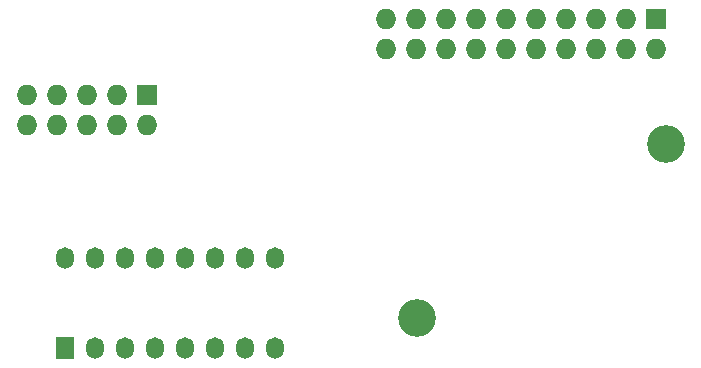
<source format=gbs>
G04 #@! TF.GenerationSoftware,KiCad,Pcbnew,(5.99.0-10628-ga06f965ffa)*
G04 #@! TF.CreationDate,2021-12-09T18:38:09+01:00*
G04 #@! TF.ProjectId,MAN Adapterplatine,4d414e20-4164-4617-9074-6572706c6174,1.1*
G04 #@! TF.SameCoordinates,Original*
G04 #@! TF.FileFunction,Soldermask,Bot*
G04 #@! TF.FilePolarity,Negative*
%FSLAX46Y46*%
G04 Gerber Fmt 4.6, Leading zero omitted, Abs format (unit mm)*
G04 Created by KiCad (PCBNEW (5.99.0-10628-ga06f965ffa)) date 2021-12-09 18:38:09*
%MOMM*%
%LPD*%
G01*
G04 APERTURE LIST*
%ADD10R,1.727200X1.727200*%
%ADD11O,1.727200X1.727200*%
%ADD12R,1.524000X1.824000*%
%ADD13O,1.524000X1.824000*%
%ADD14C,3.200000*%
G04 APERTURE END LIST*
D10*
X150000000Y-69100000D03*
D11*
X150000000Y-71640000D03*
X147460000Y-69100000D03*
X147460000Y-71640000D03*
X144920000Y-69100000D03*
X144920000Y-71640000D03*
X142380000Y-69100000D03*
X142380000Y-71640000D03*
X139840000Y-69100000D03*
X139840000Y-71640000D03*
X137300000Y-69100000D03*
X137300000Y-71640000D03*
X134760000Y-69100000D03*
X134760000Y-71640000D03*
X132220000Y-69100000D03*
X132220000Y-71640000D03*
X129680000Y-69100000D03*
X129680000Y-71640000D03*
X127140000Y-69100000D03*
X127140000Y-71640000D03*
D10*
X106860000Y-75500000D03*
D11*
X106860000Y-78040000D03*
X104320000Y-75500000D03*
X104320000Y-78040000D03*
X101780000Y-75500000D03*
X101780000Y-78040000D03*
X99240000Y-75500000D03*
X99240000Y-78040000D03*
X96700000Y-75500000D03*
X96700000Y-78040000D03*
D12*
X99900000Y-97000000D03*
D13*
X102440000Y-97000000D03*
X104980000Y-97000000D03*
X107520000Y-97000000D03*
X110060000Y-97000000D03*
X112600000Y-97000000D03*
X115140000Y-97000000D03*
X117680000Y-97000000D03*
X117680000Y-89380000D03*
X115140000Y-89380000D03*
X112600000Y-89380000D03*
X110060000Y-89380000D03*
X107520000Y-89380000D03*
X104980000Y-89380000D03*
X102440000Y-89380000D03*
X99900000Y-89380000D03*
D14*
X150800000Y-79700000D03*
X129700000Y-94400000D03*
M02*

</source>
